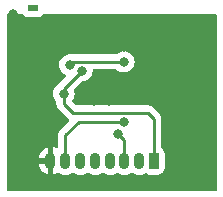
<source format=gbr>
%TF.GenerationSoftware,KiCad,Pcbnew,7.0.9*%
%TF.CreationDate,2024-12-08T03:54:19-04:00*%
%TF.ProjectId,Ejemplo KiCad LM,456a656d-706c-46f2-904b-69436164204c,rev?*%
%TF.SameCoordinates,Original*%
%TF.FileFunction,Copper,L2,Bot*%
%TF.FilePolarity,Positive*%
%FSLAX46Y46*%
G04 Gerber Fmt 4.6, Leading zero omitted, Abs format (unit mm)*
G04 Created by KiCad (PCBNEW 7.0.9) date 2024-12-08 03:54:19*
%MOMM*%
%LPD*%
G01*
G04 APERTURE LIST*
G04 Aperture macros list*
%AMRoundRect*
0 Rectangle with rounded corners*
0 $1 Rounding radius*
0 $2 $3 $4 $5 $6 $7 $8 $9 X,Y pos of 4 corners*
0 Add a 4 corners polygon primitive as box body*
4,1,4,$2,$3,$4,$5,$6,$7,$8,$9,$2,$3,0*
0 Add four circle primitives for the rounded corners*
1,1,$1+$1,$2,$3*
1,1,$1+$1,$4,$5*
1,1,$1+$1,$6,$7*
1,1,$1+$1,$8,$9*
0 Add four rect primitives between the rounded corners*
20,1,$1+$1,$2,$3,$4,$5,0*
20,1,$1+$1,$4,$5,$6,$7,0*
20,1,$1+$1,$6,$7,$8,$9,0*
20,1,$1+$1,$8,$9,$2,$3,0*%
G04 Aperture macros list end*
%TA.AperFunction,ComponentPad*%
%ADD10RoundRect,0.225000X0.225000X0.475000X-0.225000X0.475000X-0.225000X-0.475000X0.225000X-0.475000X0*%
%TD*%
%TA.AperFunction,ComponentPad*%
%ADD11O,0.900000X1.400000*%
%TD*%
%TA.AperFunction,ComponentPad*%
%ADD12R,0.900000X0.500000*%
%TD*%
%TA.AperFunction,ViaPad*%
%ADD13C,0.800000*%
%TD*%
%TA.AperFunction,Conductor*%
%ADD14C,0.254000*%
%TD*%
G04 APERTURE END LIST*
D10*
%TO.P,J1,1,Pin_1*%
%TO.N,VDD*%
X155956000Y-110490000D03*
D11*
%TO.P,J1,2,Pin_2*%
%TO.N,Net-(J1-Pin_2)*%
X154706000Y-110490000D03*
%TO.P,J1,3,Pin_3*%
%TO.N,Net-(J1-Pin_3)*%
X153456000Y-110490000D03*
%TO.P,J1,4,Pin_4*%
%TO.N,Net-(J1-Pin_4)*%
X152206000Y-110490000D03*
%TO.P,J1,5,Pin_5*%
%TO.N,Net-(J1-Pin_5)*%
X150956000Y-110490000D03*
%TO.P,J1,6,Pin_6*%
%TO.N,Net-(J1-Pin_6)*%
X149706000Y-110490000D03*
%TO.P,J1,7,Pin_7*%
%TO.N,Net-(J1-Pin_7)*%
X148456000Y-110490000D03*
%TO.P,J1,8,Pin_8*%
%TO.N,GND*%
X147206000Y-110490000D03*
%TD*%
D12*
%TO.P,AE1,2*%
%TO.N,N/C*%
X145728000Y-97536000D03*
%TD*%
D13*
%TO.N,GND*%
X144018000Y-98044000D03*
X152146000Y-105410000D03*
X150876000Y-105410000D03*
X152146000Y-104394000D03*
X150876000Y-104394000D03*
X158496000Y-100838000D03*
X159512000Y-100838000D03*
X155448000Y-100838000D03*
X157480000Y-100838000D03*
X160528000Y-100838000D03*
X156464000Y-100838000D03*
X153416000Y-100838000D03*
X154432000Y-100838000D03*
X158496000Y-99822000D03*
X159512000Y-99822000D03*
X155448000Y-99822000D03*
X157480000Y-99822000D03*
X160528000Y-99822000D03*
X156464000Y-99822000D03*
X153416000Y-99822000D03*
X154432000Y-99822000D03*
X151384000Y-98806000D03*
X152400000Y-98806000D03*
X153416000Y-98806000D03*
X154432000Y-98806000D03*
X155448000Y-98806000D03*
X156464000Y-98806000D03*
X157480000Y-98806000D03*
X158496000Y-98806000D03*
X159512000Y-98806000D03*
X160528000Y-98806000D03*
%TO.N,VDD*%
X148336000Y-104812500D03*
X149860000Y-102870000D03*
%TO.N,Net-(J1-Pin_7)*%
X153416000Y-107188000D03*
%TO.N,Net-(J1-Pin_3)*%
X152913714Y-108198286D03*
%TO.N,Net-(U1-VDD_PA)*%
X148844000Y-102362000D03*
X153416000Y-102108000D03*
%TD*%
D14*
%TO.N,VDD*%
X155448000Y-106426000D02*
X155956000Y-106934000D01*
X149109948Y-106426000D02*
X155448000Y-106426000D01*
X155956000Y-106934000D02*
X155956000Y-110490000D01*
X148336000Y-104812500D02*
X148336000Y-105652052D01*
X148336000Y-105652052D02*
X149109948Y-106426000D01*
X148336000Y-104394000D02*
X148336000Y-104812500D01*
X149860000Y-102870000D02*
X148336000Y-104394000D01*
%TO.N,Net-(J1-Pin_7)*%
X148456000Y-108338000D02*
X148456000Y-110490000D01*
X149606000Y-107188000D02*
X148456000Y-108338000D01*
X153416000Y-107188000D02*
X149606000Y-107188000D01*
%TO.N,Net-(J1-Pin_3)*%
X153456000Y-108740572D02*
X153456000Y-110490000D01*
X152913714Y-108198286D02*
X153456000Y-108740572D01*
%TO.N,Net-(U1-VDD_PA)*%
X149098000Y-102108000D02*
X153416000Y-102108000D01*
X148844000Y-102362000D02*
X149098000Y-102108000D01*
%TD*%
%TA.AperFunction,Conductor*%
%TO.N,GND*%
G36*
X144850903Y-98063685D02*
G01*
X144883130Y-98093688D01*
X144920455Y-98143547D01*
X145035664Y-98229793D01*
X145035671Y-98229797D01*
X145170517Y-98280091D01*
X145170516Y-98280091D01*
X145177444Y-98280835D01*
X145230127Y-98286500D01*
X146225872Y-98286499D01*
X146285483Y-98280091D01*
X146420331Y-98229796D01*
X146535546Y-98143546D01*
X146572870Y-98093688D01*
X146628804Y-98051818D01*
X146672136Y-98044000D01*
X161165500Y-98044000D01*
X161232539Y-98063685D01*
X161278294Y-98116489D01*
X161289500Y-98168000D01*
X161289500Y-112906000D01*
X161269815Y-112973039D01*
X161217011Y-113018794D01*
X161165500Y-113030000D01*
X143634500Y-113030000D01*
X143567461Y-113010315D01*
X143521706Y-112957511D01*
X143510500Y-112906000D01*
X143510500Y-110740000D01*
X146256000Y-110740000D01*
X146256000Y-110788176D01*
X146270647Y-110932221D01*
X146328484Y-111116561D01*
X146328489Y-111116571D01*
X146422251Y-111285498D01*
X146422256Y-111285505D01*
X146548107Y-111432105D01*
X146700890Y-111550368D01*
X146700894Y-111550370D01*
X146874363Y-111635460D01*
X146956000Y-111656596D01*
X146956000Y-110740000D01*
X146256000Y-110740000D01*
X143510500Y-110740000D01*
X143510500Y-110461840D01*
X146902105Y-110461840D01*
X146912454Y-110573521D01*
X146962448Y-110673922D01*
X147045334Y-110749484D01*
X147149920Y-110790000D01*
X147233802Y-110790000D01*
X147316250Y-110774588D01*
X147411610Y-110715543D01*
X147456000Y-110656761D01*
X147456000Y-111660470D01*
X147626524Y-111597315D01*
X147626538Y-111597309D01*
X147766106Y-111510315D01*
X147833411Y-111491558D01*
X147900172Y-111512166D01*
X147907599Y-111517490D01*
X147950622Y-111550793D01*
X147950623Y-111550793D01*
X147950627Y-111550796D01*
X148124184Y-111635930D01*
X148124188Y-111635931D01*
X148124186Y-111635931D01*
X148311317Y-111684383D01*
X148311320Y-111684383D01*
X148311326Y-111684385D01*
X148504390Y-111694176D01*
X148695474Y-111664903D01*
X148876753Y-111597764D01*
X149016530Y-111510641D01*
X149083835Y-111491885D01*
X149150596Y-111512494D01*
X149158022Y-111517817D01*
X149200076Y-111550370D01*
X149200627Y-111550796D01*
X149374184Y-111635930D01*
X149374188Y-111635931D01*
X149374186Y-111635931D01*
X149561317Y-111684383D01*
X149561320Y-111684383D01*
X149561326Y-111684385D01*
X149754390Y-111694176D01*
X149945474Y-111664903D01*
X150126753Y-111597764D01*
X150266530Y-111510641D01*
X150333835Y-111491885D01*
X150400596Y-111512494D01*
X150408022Y-111517817D01*
X150450076Y-111550370D01*
X150450627Y-111550796D01*
X150624184Y-111635930D01*
X150624188Y-111635931D01*
X150624186Y-111635931D01*
X150811317Y-111684383D01*
X150811320Y-111684383D01*
X150811326Y-111684385D01*
X151004390Y-111694176D01*
X151195474Y-111664903D01*
X151376753Y-111597764D01*
X151516530Y-111510641D01*
X151583835Y-111491885D01*
X151650596Y-111512494D01*
X151658022Y-111517817D01*
X151700076Y-111550370D01*
X151700627Y-111550796D01*
X151874184Y-111635930D01*
X151874188Y-111635931D01*
X151874186Y-111635931D01*
X152061317Y-111684383D01*
X152061320Y-111684383D01*
X152061326Y-111684385D01*
X152254390Y-111694176D01*
X152445474Y-111664903D01*
X152626753Y-111597764D01*
X152766530Y-111510641D01*
X152833835Y-111491885D01*
X152900596Y-111512494D01*
X152908022Y-111517817D01*
X152950076Y-111550370D01*
X152950627Y-111550796D01*
X153124184Y-111635930D01*
X153124188Y-111635931D01*
X153124186Y-111635931D01*
X153311317Y-111684383D01*
X153311320Y-111684383D01*
X153311326Y-111684385D01*
X153504390Y-111694176D01*
X153695474Y-111664903D01*
X153876753Y-111597764D01*
X154016530Y-111510641D01*
X154083835Y-111491885D01*
X154150596Y-111512494D01*
X154158022Y-111517817D01*
X154200076Y-111550370D01*
X154200627Y-111550796D01*
X154374184Y-111635930D01*
X154374188Y-111635931D01*
X154374186Y-111635931D01*
X154561317Y-111684383D01*
X154561320Y-111684383D01*
X154561326Y-111684385D01*
X154754390Y-111694176D01*
X154945474Y-111664903D01*
X155126753Y-111597764D01*
X155184927Y-111561503D01*
X155252230Y-111542747D01*
X155315615Y-111561197D01*
X155422294Y-111626998D01*
X155422297Y-111626999D01*
X155422303Y-111627003D01*
X155583292Y-111680349D01*
X155682655Y-111690500D01*
X156229344Y-111690499D01*
X156229352Y-111690498D01*
X156229355Y-111690498D01*
X156289217Y-111684383D01*
X156328708Y-111680349D01*
X156489697Y-111627003D01*
X156634044Y-111537968D01*
X156753968Y-111418044D01*
X156843003Y-111273697D01*
X156896349Y-111112708D01*
X156906500Y-111013345D01*
X156906499Y-109966656D01*
X156896349Y-109867292D01*
X156843003Y-109706303D01*
X156842999Y-109706297D01*
X156842998Y-109706294D01*
X156753970Y-109561959D01*
X156753969Y-109561958D01*
X156753968Y-109561956D01*
X156634044Y-109442032D01*
X156634043Y-109442031D01*
X156634041Y-109442029D01*
X156630593Y-109439303D01*
X156590214Y-109382283D01*
X156583500Y-109342034D01*
X156583500Y-107016963D01*
X156585228Y-107001313D01*
X156584946Y-107001287D01*
X156585680Y-106993524D01*
X156583925Y-106937693D01*
X156583500Y-106924153D01*
X156583500Y-106894524D01*
X156582627Y-106887614D01*
X156582168Y-106881785D01*
X156580700Y-106835057D01*
X156578987Y-106829162D01*
X156575082Y-106815720D01*
X156571138Y-106796674D01*
X156568616Y-106776707D01*
X156551403Y-106733233D01*
X156549515Y-106727716D01*
X156536467Y-106682805D01*
X156526223Y-106665484D01*
X156517661Y-106648007D01*
X156510253Y-106629298D01*
X156510253Y-106629297D01*
X156482764Y-106591462D01*
X156479561Y-106586585D01*
X156455764Y-106546346D01*
X156455759Y-106546339D01*
X156441531Y-106532112D01*
X156428896Y-106517320D01*
X156417063Y-106501033D01*
X156417060Y-106501031D01*
X156417060Y-106501030D01*
X156417059Y-106501029D01*
X156381035Y-106471228D01*
X156376713Y-106467294D01*
X155950376Y-106040957D01*
X155940531Y-106028668D01*
X155940313Y-106028849D01*
X155935340Y-106022838D01*
X155910450Y-105999465D01*
X155884741Y-105975322D01*
X155874268Y-105964849D01*
X155863797Y-105954377D01*
X155858296Y-105950111D01*
X155853848Y-105946312D01*
X155819768Y-105914308D01*
X155819763Y-105914304D01*
X155802122Y-105904606D01*
X155785857Y-105893922D01*
X155769963Y-105881593D01*
X155769962Y-105881592D01*
X155754804Y-105875032D01*
X155727054Y-105863023D01*
X155721807Y-105860453D01*
X155680837Y-105837929D01*
X155680828Y-105837926D01*
X155661334Y-105832920D01*
X155642933Y-105826620D01*
X155624459Y-105818626D01*
X155624452Y-105818624D01*
X155578287Y-105811313D01*
X155572563Y-105810128D01*
X155527279Y-105798500D01*
X155527272Y-105798500D01*
X155507142Y-105798500D01*
X155487743Y-105796973D01*
X155467868Y-105793825D01*
X155467867Y-105793825D01*
X155421321Y-105798225D01*
X155415483Y-105798500D01*
X149421229Y-105798500D01*
X149354190Y-105778815D01*
X149333548Y-105762181D01*
X149079267Y-105507900D01*
X149045782Y-105446577D01*
X149050766Y-105376885D01*
X149066639Y-105347321D01*
X149068523Y-105344726D01*
X149068533Y-105344716D01*
X149163179Y-105180784D01*
X149221674Y-105000756D01*
X149241460Y-104812500D01*
X149221674Y-104624244D01*
X149189117Y-104524047D01*
X149187123Y-104454207D01*
X149219366Y-104398051D01*
X149810600Y-103806819D01*
X149871923Y-103773334D01*
X149898281Y-103770500D01*
X149954644Y-103770500D01*
X149954646Y-103770500D01*
X150139803Y-103731144D01*
X150312730Y-103654151D01*
X150465871Y-103542888D01*
X150592533Y-103402216D01*
X150687179Y-103238284D01*
X150745674Y-103058256D01*
X150765460Y-102870000D01*
X150765460Y-102869997D01*
X150765460Y-102863502D01*
X150767359Y-102863502D01*
X150778282Y-102803742D01*
X150826010Y-102752714D01*
X150889039Y-102735500D01*
X152714053Y-102735500D01*
X152781092Y-102755185D01*
X152806199Y-102776523D01*
X152810129Y-102780888D01*
X152810132Y-102780891D01*
X152810135Y-102780893D01*
X152963265Y-102892148D01*
X152963270Y-102892151D01*
X153136192Y-102969142D01*
X153136197Y-102969144D01*
X153321354Y-103008500D01*
X153321355Y-103008500D01*
X153510644Y-103008500D01*
X153510646Y-103008500D01*
X153695803Y-102969144D01*
X153868730Y-102892151D01*
X154021871Y-102780888D01*
X154148533Y-102640216D01*
X154243179Y-102476284D01*
X154301674Y-102296256D01*
X154321460Y-102108000D01*
X154301674Y-101919744D01*
X154243179Y-101739716D01*
X154148533Y-101575784D01*
X154021871Y-101435112D01*
X154021870Y-101435111D01*
X153868734Y-101323851D01*
X153868729Y-101323848D01*
X153695807Y-101246857D01*
X153695802Y-101246855D01*
X153550001Y-101215865D01*
X153510646Y-101207500D01*
X153321354Y-101207500D01*
X153288897Y-101214398D01*
X153136197Y-101246855D01*
X153136192Y-101246857D01*
X152963270Y-101323848D01*
X152963265Y-101323851D01*
X152810135Y-101435106D01*
X152810132Y-101435108D01*
X152808175Y-101437281D01*
X152806200Y-101439474D01*
X152746714Y-101476121D01*
X152714053Y-101480500D01*
X149180967Y-101480500D01*
X149165319Y-101478772D01*
X149165293Y-101479054D01*
X149157525Y-101478319D01*
X149088154Y-101480500D01*
X149058517Y-101480500D01*
X149054637Y-101480744D01*
X149054593Y-101480058D01*
X149018891Y-101478555D01*
X148938647Y-101461500D01*
X148938646Y-101461500D01*
X148749354Y-101461500D01*
X148716897Y-101468398D01*
X148564197Y-101500855D01*
X148564192Y-101500857D01*
X148391270Y-101577848D01*
X148391265Y-101577851D01*
X148238129Y-101689111D01*
X148111466Y-101829785D01*
X148016821Y-101993715D01*
X148016818Y-101993722D01*
X147958327Y-102173740D01*
X147958326Y-102173744D01*
X147938540Y-102362000D01*
X147958326Y-102550256D01*
X147958327Y-102550259D01*
X148016818Y-102730277D01*
X148016821Y-102730284D01*
X148111467Y-102894216D01*
X148178931Y-102969142D01*
X148238129Y-103034888D01*
X148391265Y-103146148D01*
X148391267Y-103146149D01*
X148391270Y-103146151D01*
X148437598Y-103166777D01*
X148490834Y-103212027D01*
X148511155Y-103278876D01*
X148492110Y-103346099D01*
X148474842Y-103367737D01*
X147950953Y-103891626D01*
X147938669Y-103901469D01*
X147938849Y-103901687D01*
X147932838Y-103906659D01*
X147885322Y-103957258D01*
X147864375Y-103978205D01*
X147860106Y-103983709D01*
X147856315Y-103988147D01*
X147824308Y-104022230D01*
X147824305Y-104022234D01*
X147814606Y-104039877D01*
X147803928Y-104056133D01*
X147791592Y-104072037D01*
X147791587Y-104072045D01*
X147790592Y-104074345D01*
X147789199Y-104076083D01*
X147787621Y-104078752D01*
X147787241Y-104078527D01*
X147749686Y-104125402D01*
X147730127Y-104139613D01*
X147603466Y-104280285D01*
X147508821Y-104444215D01*
X147508818Y-104444222D01*
X147450327Y-104624240D01*
X147450326Y-104624244D01*
X147430540Y-104812500D01*
X147450326Y-105000756D01*
X147450327Y-105000759D01*
X147508818Y-105180777D01*
X147508821Y-105180784D01*
X147603467Y-105344716D01*
X147676651Y-105425994D01*
X147706880Y-105488984D01*
X147708500Y-105508965D01*
X147708500Y-105569084D01*
X147706772Y-105584733D01*
X147707054Y-105584760D01*
X147706319Y-105592527D01*
X147708500Y-105661911D01*
X147708500Y-105691529D01*
X147709371Y-105698432D01*
X147709829Y-105704251D01*
X147711298Y-105750994D01*
X147716916Y-105770327D01*
X147720862Y-105789381D01*
X147723383Y-105809339D01*
X147723386Y-105809351D01*
X147740595Y-105852817D01*
X147742487Y-105858345D01*
X147755530Y-105903239D01*
X147755530Y-105903240D01*
X147765777Y-105920567D01*
X147774335Y-105938037D01*
X147781745Y-105956753D01*
X147809229Y-105994581D01*
X147812437Y-105999465D01*
X147836234Y-106039704D01*
X147836240Y-106039712D01*
X147850469Y-106053940D01*
X147863109Y-106068739D01*
X147874934Y-106085016D01*
X147874936Y-106085017D01*
X147874937Y-106085019D01*
X147910957Y-106114817D01*
X147915268Y-106118739D01*
X148263823Y-106467294D01*
X148607572Y-106811043D01*
X148617419Y-106823333D01*
X148617637Y-106823154D01*
X148622605Y-106829160D01*
X148673205Y-106876677D01*
X148694149Y-106897620D01*
X148694155Y-106897626D01*
X148699645Y-106901883D01*
X148704095Y-106905683D01*
X148738181Y-106937693D01*
X148738183Y-106937694D01*
X148742317Y-106939967D01*
X148791584Y-106989511D01*
X148806244Y-107057826D01*
X148781643Y-107123221D01*
X148770266Y-107136313D01*
X148070953Y-107835626D01*
X148058669Y-107845469D01*
X148058849Y-107845687D01*
X148052838Y-107850659D01*
X148005322Y-107901258D01*
X147984375Y-107922205D01*
X147980106Y-107927709D01*
X147976315Y-107932147D01*
X147944308Y-107966230D01*
X147944305Y-107966234D01*
X147934606Y-107983877D01*
X147923928Y-108000133D01*
X147911594Y-108016034D01*
X147911589Y-108016042D01*
X147893025Y-108058943D01*
X147890454Y-108064191D01*
X147867927Y-108105167D01*
X147862920Y-108124668D01*
X147856621Y-108143064D01*
X147849893Y-108158612D01*
X147848625Y-108161544D01*
X147848624Y-108161546D01*
X147841312Y-108207716D01*
X147840127Y-108213438D01*
X147828500Y-108258723D01*
X147828500Y-108278858D01*
X147826973Y-108298257D01*
X147823825Y-108318131D01*
X147828225Y-108364677D01*
X147828500Y-108370515D01*
X147828500Y-109288274D01*
X147808815Y-109355313D01*
X147756011Y-109401068D01*
X147686853Y-109411012D01*
X147649892Y-109399602D01*
X147537647Y-109344543D01*
X147537643Y-109344542D01*
X147456000Y-109323403D01*
X147456000Y-110319027D01*
X147449552Y-110306078D01*
X147366666Y-110230516D01*
X147262080Y-110190000D01*
X147178198Y-110190000D01*
X147095750Y-110205412D01*
X147000390Y-110264457D01*
X146932799Y-110353962D01*
X146902105Y-110461840D01*
X143510500Y-110461840D01*
X143510500Y-110240000D01*
X146256000Y-110240000D01*
X146956000Y-110240000D01*
X146956000Y-109319528D01*
X146785472Y-109382685D01*
X146785468Y-109382687D01*
X146621496Y-109484892D01*
X146481465Y-109618002D01*
X146481464Y-109618003D01*
X146371086Y-109776586D01*
X146294893Y-109954137D01*
X146256000Y-110143393D01*
X146256000Y-110240000D01*
X143510500Y-110240000D01*
X143510500Y-98168000D01*
X143530185Y-98100961D01*
X143582989Y-98055206D01*
X143634500Y-98044000D01*
X144783864Y-98044000D01*
X144850903Y-98063685D01*
G37*
%TD.AperFunction*%
%TD*%
M02*

</source>
